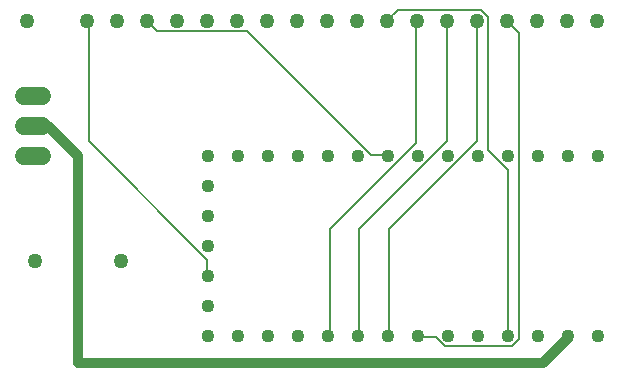
<source format=gbr>
G04 EAGLE Gerber RS-274X export*
G75*
%MOMM*%
%FSLAX34Y34*%
%LPD*%
%INBottom Copper*%
%IPPOS*%
%AMOC8*
5,1,8,0,0,1.08239X$1,22.5*%
G01*
G04 Define Apertures*
%ADD10C,1.524000*%
%ADD11C,1.260000*%
%ADD12C,1.270000*%
%ADD13C,1.108000*%
%ADD14C,0.812800*%
%ADD15C,0.152400*%
D10*
X350520Y330200D02*
X335280Y330200D01*
X335280Y355600D02*
X350520Y355600D01*
X350520Y381000D02*
X335280Y381000D01*
D11*
X417200Y241300D03*
X344800Y241300D03*
D12*
X338328Y444500D03*
X389128Y444500D03*
X414528Y444500D03*
X439928Y444500D03*
X465328Y444500D03*
X490728Y444500D03*
X516128Y444500D03*
X541528Y444500D03*
X566928Y444500D03*
X592328Y444500D03*
X617728Y444500D03*
X643128Y444500D03*
X668528Y444500D03*
X693928Y444500D03*
X719328Y444500D03*
X744728Y444500D03*
X770128Y444500D03*
X795528Y444500D03*
X820928Y444500D03*
D13*
X821738Y330200D03*
X796338Y330200D03*
X770938Y330200D03*
X745538Y330200D03*
X720138Y330200D03*
X694738Y330200D03*
X669338Y330200D03*
X643938Y330200D03*
X618538Y330200D03*
X593138Y330200D03*
X567738Y330200D03*
X542338Y330200D03*
X516938Y330200D03*
X491538Y330200D03*
X491538Y304800D03*
X491538Y279400D03*
X491538Y254000D03*
X491538Y228600D03*
X491538Y203200D03*
X491538Y177800D03*
X516938Y177800D03*
X542338Y177800D03*
X567738Y177800D03*
X593138Y177800D03*
X618538Y177800D03*
X643938Y177800D03*
X669338Y177800D03*
X694738Y177800D03*
X720138Y177800D03*
X745538Y177800D03*
X770938Y177800D03*
X796338Y177800D03*
X821738Y177800D03*
D14*
X355600Y355600D02*
X342900Y355600D01*
X355600Y355600D02*
X381000Y330200D01*
X381000Y154686D01*
X774700Y154686D01*
X796338Y176324D01*
X796338Y177800D01*
D15*
X643128Y330708D02*
X629412Y330708D01*
X524256Y435864D01*
X448056Y435864D01*
X440436Y443484D01*
X643128Y330708D02*
X643938Y330200D01*
X440436Y443484D02*
X439928Y444500D01*
X745236Y318516D02*
X745236Y178308D01*
X745236Y318516D02*
X728472Y335280D01*
X728472Y448056D01*
X722376Y454152D01*
X652272Y454152D01*
X643128Y445008D01*
X745236Y178308D02*
X745538Y177800D01*
X643128Y444500D02*
X643128Y445008D01*
X594360Y268224D02*
X594360Y178308D01*
X594360Y268224D02*
X667512Y341376D01*
X667512Y443484D01*
X594360Y178308D02*
X593138Y177800D01*
X667512Y443484D02*
X668528Y444500D01*
X618744Y268224D02*
X618744Y178308D01*
X618744Y268224D02*
X693420Y342900D01*
X693420Y443484D01*
X618744Y178308D02*
X618538Y177800D01*
X693420Y443484D02*
X693928Y444500D01*
X644652Y268224D02*
X644652Y178308D01*
X644652Y268224D02*
X719328Y342900D01*
X719328Y444500D01*
X644652Y178308D02*
X643938Y177800D01*
X670560Y176784D02*
X684276Y176784D01*
X691896Y169164D01*
X748284Y169164D01*
X754380Y175260D01*
X754380Y434340D01*
X745236Y443484D01*
X669338Y177800D02*
X670560Y176784D01*
X745236Y443484D02*
X744728Y444500D01*
X490728Y242316D02*
X490728Y228600D01*
X490728Y242316D02*
X390144Y342900D01*
X390144Y443484D01*
X490728Y228600D02*
X491538Y228600D01*
X390144Y443484D02*
X389128Y444500D01*
M02*

</source>
